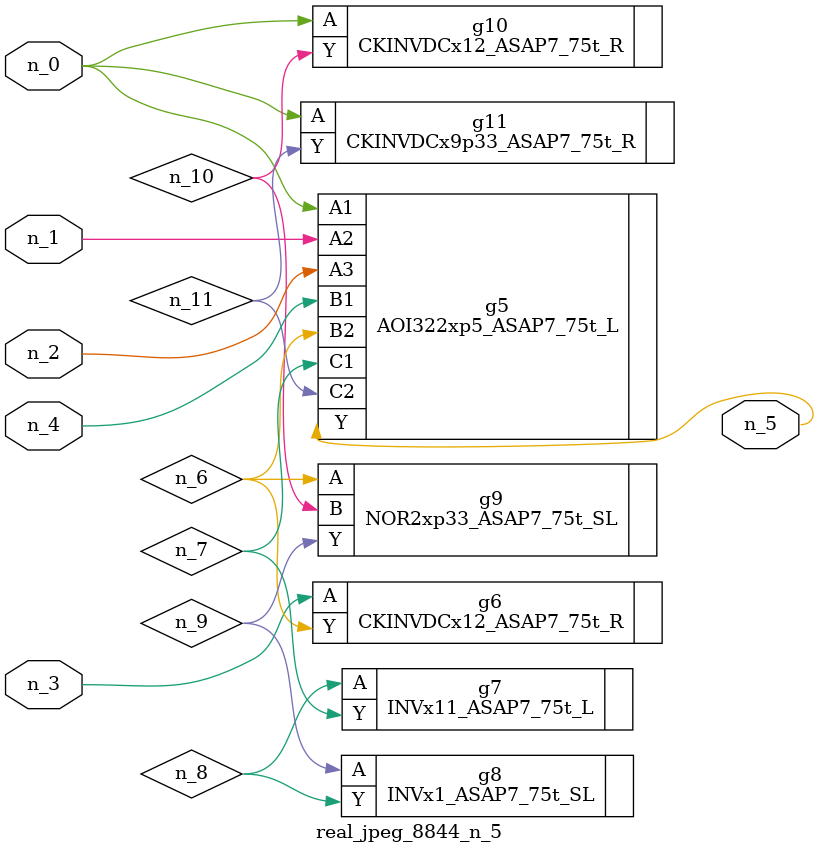
<source format=v>
module real_jpeg_8844_n_5 (n_4, n_0, n_1, n_2, n_3, n_5);

input n_4;
input n_0;
input n_1;
input n_2;
input n_3;

output n_5;

wire n_8;
wire n_11;
wire n_6;
wire n_7;
wire n_10;
wire n_9;

AOI322xp5_ASAP7_75t_L g5 ( 
.A1(n_0),
.A2(n_1),
.A3(n_2),
.B1(n_4),
.B2(n_6),
.C1(n_7),
.C2(n_11),
.Y(n_5)
);

CKINVDCx12_ASAP7_75t_R g10 ( 
.A(n_0),
.Y(n_10)
);

CKINVDCx9p33_ASAP7_75t_R g11 ( 
.A(n_0),
.Y(n_11)
);

CKINVDCx12_ASAP7_75t_R g6 ( 
.A(n_3),
.Y(n_6)
);

NOR2xp33_ASAP7_75t_SL g9 ( 
.A(n_6),
.B(n_10),
.Y(n_9)
);

INVx11_ASAP7_75t_L g7 ( 
.A(n_8),
.Y(n_7)
);

INVx1_ASAP7_75t_SL g8 ( 
.A(n_9),
.Y(n_8)
);


endmodule
</source>
